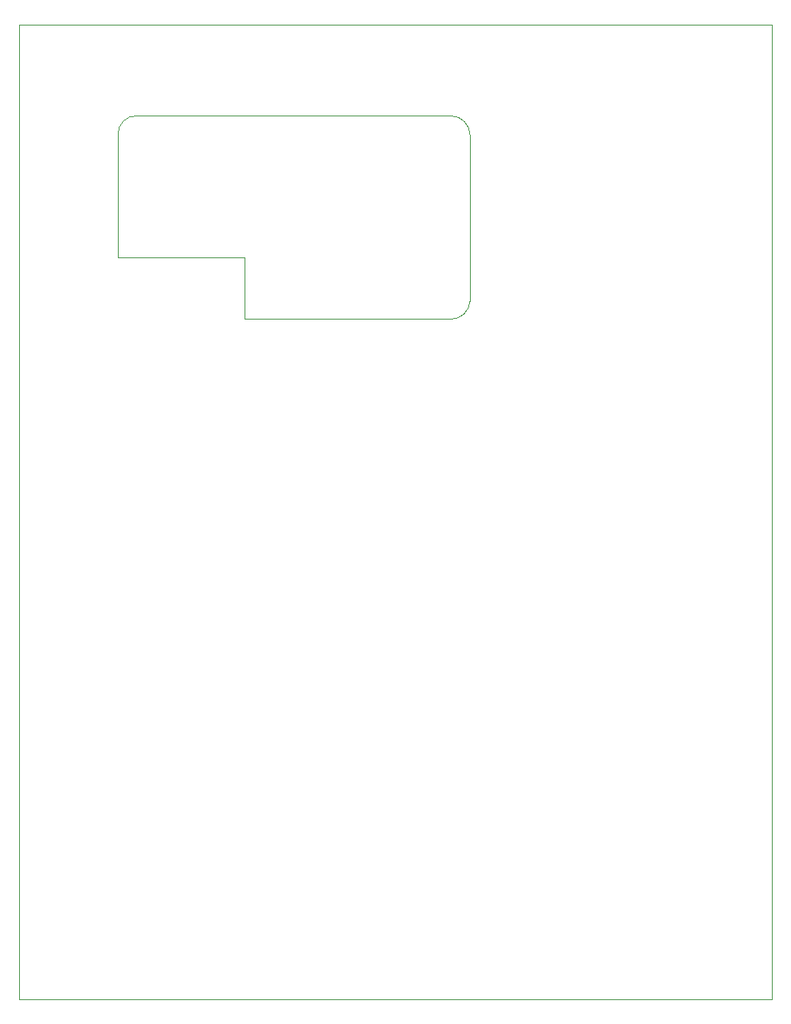
<source format=gm1>
G04 #@! TF.GenerationSoftware,KiCad,Pcbnew,(6.0.5-0)*
G04 #@! TF.CreationDate,2023-01-03T07:21:46-05:00*
G04 #@! TF.ProjectId,solar-cell-pcbs-usb,736f6c61-722d-4636-956c-6c2d70636273,3*
G04 #@! TF.SameCoordinates,Original*
G04 #@! TF.FileFunction,Profile,NP*
%FSLAX46Y46*%
G04 Gerber Fmt 4.6, Leading zero omitted, Abs format (unit mm)*
G04 Created by KiCad (PCBNEW (6.0.5-0)) date 2023-01-03 07:21:46*
%MOMM*%
%LPD*%
G01*
G04 APERTURE LIST*
G04 #@! TA.AperFunction,Profile*
%ADD10C,0.100000*%
G04 #@! TD*
G04 APERTURE END LIST*
D10*
X143600000Y-38750000D02*
X152100000Y-38750000D01*
X96000000Y-70000000D02*
X96000000Y-63400000D01*
X80600000Y-142250000D02*
X88600000Y-142250000D01*
X135600000Y-142250000D02*
X88600000Y-142250000D01*
X80650000Y-38750000D02*
X88650000Y-38750000D01*
X135600000Y-38750000D02*
X143600000Y-38750000D01*
X152100000Y-38750000D02*
X152100000Y-142250000D01*
X80600000Y-142250000D02*
X72100000Y-142250000D01*
X82600000Y-63400000D02*
X82600000Y-50414214D01*
X143600000Y-142250000D02*
X152100000Y-142250000D01*
X96000000Y-70000000D02*
X117994360Y-70000000D01*
X117994360Y-69999969D02*
G75*
G03*
X120000000Y-68085786I-3860J2011869D01*
G01*
X119999947Y-50414215D02*
G75*
G03*
X117989127Y-48400000I-2039847J-25585D01*
G01*
X84600002Y-48399959D02*
G75*
G03*
X82600000Y-50414214I-97602J-1903141D01*
G01*
X135600000Y-142250000D02*
X143600000Y-142250000D01*
X120000000Y-50414214D02*
X120000000Y-68085786D01*
X88650000Y-38750000D02*
X135600000Y-38750000D01*
X84600000Y-48400000D02*
X117989127Y-48400000D01*
X80650000Y-38750000D02*
X72100000Y-38750000D01*
X72100000Y-142250000D02*
X72100000Y-38750000D01*
X96000000Y-63400000D02*
X82600000Y-63400000D01*
M02*

</source>
